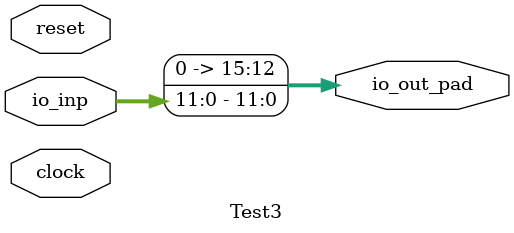
<source format=v>
module Test3(
  input         clock,
  input         reset,
  input  [11:0] io_inp,
  output [15:0] io_out_pad
);
  assign io_out_pad = {{4'd0}, io_inp}; // @[Test3.scala 18:27]
endmodule

</source>
